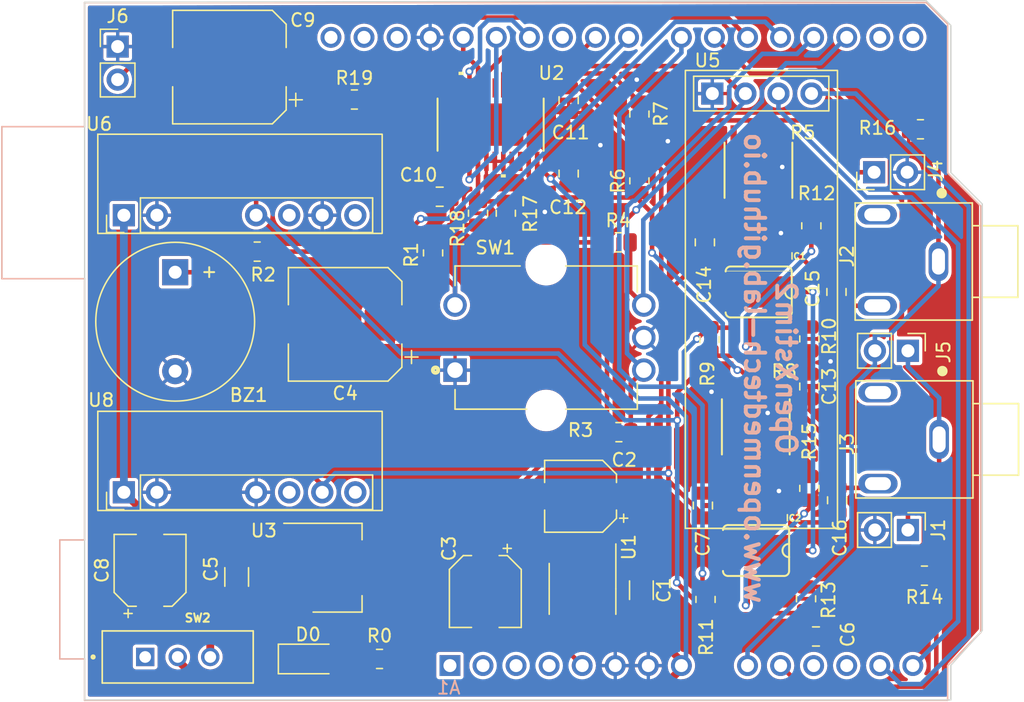
<source format=kicad_pcb>
(kicad_pcb (version 20211014) (generator pcbnew)
  (title_block (title "Programmable Constant Current Stimulator") (date "2023-05-22") (company "RehabExo Pty Ltd") (comment 1 "Dr Monzurul Alam"))
  (layers (0 "F.Cu" signal) (31 "B.Cu" signal) (34 "B.Paste" user) (35 "F.Paste" user) (36 "B.SilkS" user "B.Silkscreen") (37 "F.SilkS" user "F.Silkscreen") (38 "B.Mask" user) (39 "F.Mask" user) (44 "Edge.Cuts" user))
  (net 0 "")
  (net 5 "GND")
  (net 9 "/SDA")
  (net 10 "/SCL")
  (net 13 "/EN")
  (net 14 "/FLG")
  (net 15 "/+5V")
  (net 16 "/Tr")
  (net 17 "Net-(A1-Pad17)")
  (net 18 "Net-(A1-Pad18)")
  (net 19 "/CS")
  (net 20 "/SDI")
  (net 21 "/SCK")
  (net 25 "Net-(C2-Pad1)")
  (net 26 "Net-(C2-Pad2)")
  (net 27 "/+HV")
  (net 28 "Net-(IC1-Pad2)")
  (net 29 "Net-(IC1-Pad3)")
  (net 30 "Net-(IC1-Pad6)")
  (net 31 "/HEAT")
  (net 33 "/-HV")
  (net 34 "/+5P")
  (net 38 "Net-(A1-Pad19)")
  (net 39 "Net-(C5-Pad1)")
  (net 41 "Net-(D0-Pad2)")
  (net 42 "/+Vcc")
  (net 43 "/Ref1")
  (net 44 "/Ref2")
  (net 45 "Net-(A1-Pad23)")
  (net 46 "/SYNC")
  (net 47 "/SDO")
  (net 48 "Net-(BZ1-Pad1)")
  (net 49 "/-Vss")
  (net 50 "Net-(IC2-Pad2)")
  (net 51 "Net-(IC2-Pad3)")
  (net 52 "Net-(IC2-Pad6)")
  (net 53 "/Vi2")
  (net 54 "/Iout1")
  (net 55 "/Iout2")
  (net 56 "/Vi1")
  (net 57 "Net-(R17-Pad1)")
  (net 67 "Net-(C15-Pad1)")
  (net 68 "Net-(C16-Pad1)")
  (footprint "Resistor_SMD:R_0805_2012Metric" (layer "F.Cu") (at 238.2012 73.5076 180)
    (fp_text reference "R16")
    (fp_text value "10R")
  )
  (footprint "Capacitor_SMD:CP_Elec_5x5.3" (layer "F.Cu") (at 212.09 101.7016 180)
    (fp_text reference "C2")
    (fp_text value "10uF")
  )
  (footprint "RehabExo:RE_24_ADI" (layer "F.Cu") (at 205.1812 73.152 -90)
    (fp_text reference "U2")
    (fp_text value "AD5722AREZ")
  )
  (footprint "Resistor_SMD:R_0805_2012Metric" (layer "F.Cu") (at 229.6668 101.092 90)
    (fp_text reference "R15")
    (fp_text value "49R9")
  )
  (footprint "Resistor_SMD:R_0805_2012Metric" (layer "F.Cu") (at 194.7164 71.2216)
    (fp_text reference "R19")
    (fp_text value "10K")
  )
  (footprint "Capacitor_SMD:C_0805_2012Metric" (layer "F.Cu") (at 230.1748 112.4712)
    (fp_text reference "C6")
    (fp_text value "100n")
  )
  (footprint "Resistor_SMD:R_0805_2012Metric" (layer "F.Cu") (at 229.8192 80.9225 90)
    (fp_text reference "R12")
    (fp_text value "49R9")
  )
  (footprint "Resistor_SMD:R_0805_2012Metric" (layer "F.Cu") (at 187.2488 82.9056)
    (fp_text reference "R2")
    (fp_text value "100R")
  )
  (footprint "Capacitor_SMD:CP_Elec_5x5.3" (layer "F.Cu") (at 204.7748 109.0168 -90)
    (fp_text reference "C3")
    (fp_text value "10uF")
  )
  (footprint "Connector_PinHeader_2.54mm:PinHeader_1x02_P2.54mm_Vertical" (layer "F.Cu") (at 237.241 104.2924 -90)
    (fp_text reference "J1")
    (fp_text value "Test_2")
  )
  (footprint "Package_SO:SOIC-8_3.9x4.9mm_P1.27mm" (layer "F.Cu") (at 212.2424 108.8136 -90)
    (fp_text reference "U1")
    (fp_text value "LT1054")
  )
  (footprint "Package_TO_SOT_SMD:SOT-223" (layer "F.Cu") (at 193.3956 107.188)
    (fp_text reference "U3")
    (fp_text value "AZ1117EH-5.0TRG1")
  )
  (footprint "Capacitor_SMD:C_0805_2012Metric" (layer "F.Cu") (at 211.1756 76.9112 90)
    (fp_text reference "C12")
    (fp_text value "100n")
  )
  (footprint "Capacitor_SMD:C_0805_2012Metric" (layer "F.Cu") (at 201.2696 78.6892 180)
    (fp_text reference "C10")
    (fp_text value "100n")
  )
  (footprint "RehabExo:SO08GP" (layer "F.Cu") (at 225.7552 86.0044 180)
    (fp_text reference "IC1")
    (fp_text value "OPA454")
  )
  (footprint "RehabExo:ENC_PEC12R-4025F-S0024" (layer "F.Cu") (at 209.4484 89.5096 180)
    (fp_text reference "SW1")
    (fp_text value "PEC12R-4025F-S0024")
  )
  (footprint "RehabExo:SO08GP" (layer "F.Cu") (at 225.552 105.8672 180)
    (fp_text reference "IC2")
    (fp_text value "OPA454")
  )
  (footprint "RehabExo:CUI_MJ-2506N" (layer "F.Cu") (at 237.236 97.3328 180)
    (fp_text reference "J3")
    (fp_text value "MJ-2506N")
  )
  (footprint "Buzzer_Beeper:Buzzer_12x9.5RM7.6" (layer "F.Cu") (at 180.9496 84.4904 -90)
    (fp_text reference "BZ1")
    (fp_text value "Buzzer")
  )
  (footprint "Resistor_SMD:R_0805_2012Metric" (layer "F.Cu") (at 214.9856 82.1944)
    (fp_text reference "R4")
    (fp_text value "10K")
  )
  (footprint "Resistor_SMD:R_0805_2012Metric" (layer "F.Cu") (at 196.6468 114.1984)
    (fp_text reference "R0")
    (fp_text value "270R")
  )
  (footprint "Capacitor_SMD:C_0805_2012Metric" (layer "F.Cu") (at 221.488 102.4128 90)
    (fp_text reference "C7")
    (fp_text value "100n")
  )
  (footprint "Connector_PinHeader_2.54mm:PinHeader_1x02_P2.54mm_Vertical" (layer "F.Cu") (at 234.6402 76.8096 90)
    (fp_text reference "J4")
    (fp_text value "Test_1")
  )
  (footprint "RehabExo:NMT0572SC" (layer "F.Cu") (at 185.928 101.3968)
    (fp_text reference "U8")
    (fp_text value "NMT0572SC")
  )
  (footprint "Capacitor_SMD:C_0805_2012Metric" (layer "F.Cu") (at 231.8004 102.0064 90)
    (fp_text reference "C16")
    (fp_text value "0.1uF")
  )
  (footprint "RehabExo:ORN_VIS" (layer "F.Cu") (at 225.552 96.3676 -90)
    (fp_text reference "R8")
    (fp_text value "ORNTA2502AT1")
  )
  (footprint "LED_SMD:LED_1206_3216Metric" (layer "F.Cu") (at 191.1604 114.1984)
    (fp_text reference "D0")
    (fp_text value "LED")
  )
  (footprint "Capacitor_SMD:C_1206_3216Metric" (layer "F.Cu") (at 216.7636 108.9152 90)
    (fp_text reference "C1")
    (fp_text value "10uF")
  )
  (footprint "Resistor_SMD:R_0805_2012Metric" (layer "F.Cu") (at 229.4128 109.5756 90)
    (fp_text reference "R13")
    (fp_text value "1M")
  )
  (footprint "Resistor_SMD:R_0805_2012Metric" (layer "F.Cu") (at 221.6912 109.6264 90)
    (fp_text reference "R11")
    (fp_text value "1M")
  )
  (footprint "Capacitor_SMD:C_0805_2012Metric" (layer "F.Cu") (at 211.1756 71.2724 90)
    (fp_text reference "C11")
    (fp_text value "100n")
  )
  (footprint "Resistor_SMD:R_0805_2012Metric" (layer "F.Cu") (at 206.3496 79.9592 -90)
    (fp_text reference "R17")
    (fp_text value "1K")
  )
  (footprint "RehabExo:MDOB128032GV-WI" (layer "F.Cu") (at 225.6028 70.7644)
    (fp_text reference "U5")
    (fp_text value "MDOB128032")
  )
  (footprint "Resistor_SMD:R_0805_2012Metric" (layer "F.Cu") (at 221.996 89.662 90)
    (fp_text reference "R9")
    (fp_text value "1M")
  )
  (footprint "Resistor_SMD:R_0805_2012Metric" (layer "F.Cu") (at 216.6112 72.3392 -90)
    (fp_text reference "R7")
    (fp_text value "100K")
  )
  (footprint "RehabExo:CUI_MJ-2506N" (layer "F.Cu") (at 237.1852 83.6676 180)
    (fp_text reference "J2")
    (fp_text value "MJ-2506N")
  )
  (footprint "Capacitor_SMD:C_0805_2012Metric" (layer "F.Cu") (at 221.6404 82.1944 90)
    (fp_text reference "C14")
    (fp_text value "100n")
  )
  (footprint "Resistor_SMD:R_0805_2012Metric" (layer "F.Cu") (at 229.6668 89.6112 90)
    (fp_text reference "R10")
    (fp_text value "1M")
  )
  (footprint "Capacitor_SMD:CP_Elec_8x10.5" (layer "F.Cu") (at 185.1152 68.7324 180)
    (fp_text reference "C9")
    (fp_text value "10uF")
  )
  (footprint "Resistor_SMD:R_0805_2012Metric" (layer "F.Cu") (at 204.216 79.9592 90)
    (fp_text reference "R18")
    (fp_text value "1K")
  )
  (footprint "RehabExo:NMT0572SC" (layer "F.Cu") (at 185.928 80.1116)
    (fp_text reference "U6")
    (fp_text value "NMT0572SC")
  )
  (footprint "Connector_PinHeader_2.54mm:PinHeader_1x02_P2.54mm_Vertical" (layer "F.Cu") (at 176.53 67.1526)
    (fp_text reference "J6")
    (fp_text value "Trigger")
  )
  (footprint "Resistor_SMD:R_0805_2012Metric" (layer "F.Cu") (at 216.6112 77.47 90)
    (fp_text reference "R6")
    (fp_text value "100K")
  )
  (footprint "Resistor_SMD:R_0805_2012Metric" (layer "F.Cu") (at 238.506 107.7976 180)
    (fp_text reference "R14")
    (fp_text value "10R")
  )
  (footprint "Resistor_SMD:R_0805_2012Metric" (layer "F.Cu") (at 215.0345 96.774)
    (fp_text reference "R3")
    (fp_text value "10K")
  )
  (footprint "RehabExo:SW_MINI-SPDT-SW" (layer "F.Cu") (at 181.1451 114.046)
    (fp_text reference "SW2")
    (fp_text value "SW_SPDT")
  )
  (footprint "Capacitor_SMD:C_0805_2012Metric" (layer "F.Cu") (at 231.7496 86.0044 -90)
    (fp_text reference "C15")
    (fp_text value "0.1uF")
  )
  (footprint "Capacitor_SMD:CP_Elec_5x5.4" (layer "F.Cu") (at 179.0192 107.3912 90)
    (fp_text reference "C8")
    (fp_text value "22uF")
  )
  (footprint "RehabExo:ORN_VIS" (layer "F.Cu") (at 225.7552 76.6572 -90)
    (fp_text reference "R5")
    (fp_text value "ORNTA2502AT1")
  )
  (footprint "Capacitor_SMD:C_0805_2012Metric" (layer "F.Cu") (at 229.6668 93.2688 -90)
    (fp_text reference "C13")
    (fp_text value "100n")
  )
  (footprint "Connector_PinHeader_2.54mm:PinHeader_1x02_P2.54mm_Vertical" (layer "F.Cu") (at 237.241 90.5256 -90)
    (fp_text reference "J5")
    (fp_text value "Ref")
  )
  (footprint "Capacitor_SMD:C_1206_3216Metric" (layer "F.Cu") (at 185.674 107.8992 90)
    (fp_text reference "C5")
    (fp_text value "10uF")
  )
  (footprint "Resistor_SMD:R_0805_2012Metric" (layer "F.Cu") (at 200.7616 83.0072 -90)
    (fp_text reference "R1")
    (fp_text value "10K")
  )
  (footprint "Capacitor_SMD:CP_Elec_8x10.5" (layer "F.Cu") (at 194.0052 88.4936 180)
    (fp_text reference "C4")
    (fp_text value "10uF")
  )
  (footprint "Module:Arduino_UNO_R3" (layer "B.Cu") (at 202.057 114.7064)
    (fp_text reference "A1")
    (fp_text value "Arduino_UNO_R3")
  )
  (gr_poly (pts (xy 240.538 65.532) (xy 240.538 76.835) (xy 242.951 79.248) (xy 242.951 112.014) (xy 240.538 114.681) (xy 240.538 117.348) (xy 173.99 117.348) (xy 173.99 63.754) (xy 174.117 63.754) (xy 238.633 63.627)) (layer "Edge.Cuts") (width 0.1) (fill none))
  (gr_text "OpenXstim2\nwww.openmedtech-lab.github.io" (at 226.6696 91.8464 270) (layer "B.SilkS") (effects (font (size 1.5 1.5) (thickness 0.3)) (justify mirror)))
  (via (at 213.614 74.7268) (size 0.6) (drill 0.35) (layers "F.Cu" "B.Cu") (net 5))
  (via (at 222.1484 93.6752) (size 0.6) (drill 0.35) (layers "F.Cu" "B.Cu") (net 5))
  (via (at 227.33 101.2952) (size 0.6) (drill 0.35) (layers "F.Cu" "B.Cu") (net 5))
  (via (at 216.408 69.6976) (size 0.6) (drill 0.35) (layers "F.Cu" "B.Cu") (net 5))
  (via (at 209.3468 79.8576) (size 0.6) (drill 0.35) (layers "F.Cu" "B.Cu") (net 5))
  (via (at 231.2924 91.3384) (size 0.6) (drill 0.35) (layers "F.Cu" "B.Cu") (net 5))
  (via (at 227.4824 81.4832) (size 0.6) (drill 0.35) (layers "F.Cu" "B.Cu") (net 5))
  (via (at 218.7956 74.422) (size 0.6) (drill 0.35) (layers "F.Cu" "B.Cu") (net 5))
  (via (at 226.4664 95.3008) (size 0.6) (drill 0.35) (layers "F.Cu" "B.Cu") (net 5))
  (via (at 227.584 76.4032) (size 0.6) (drill 0.35) (layers "F.Cu" "B.Cu") (net 5))
  (segment (start 233.2228 70.7644) (end 229.8328 70.7644) (width 0.35) (layer "B.Cu") (net 9))
  (segment (start 241.9096 79.4512) (end 233.2228 70.7644) (width 0.35) (layer "B.Cu") (net 9))
  (segment (start 238.252 116.1288) (end 241.9096 112.4712) (width 0.35) (layer "B.Cu") (net 9))
  (segment (start 235.2548 114.7064) (end 236.6772 116.1288) (width 0.35) (layer "B.Cu") (net 9))
  (segment (start 241.9096 112.4712) (end 241.9096 79.4512) (width 0.35) (layer "B.Cu") (net 9))
  (segment (start 235.077 114.7064) (end 235.2548 114.7064) (width 0.35) (layer "B.Cu") (net 9))
  (segment (start 236.6772 116.1288) (end 238.252 116.1288) (width 0.35) (layer "B.Cu") (net 9))
  (segment (start 237.6932 114.7064) (end 241.0968 111.3028) (width 0.35) (layer "B.Cu") (net 10))
  (segment (start 241.0968 111.3028) (end 241.0968 82.3468) (width 0.35) (layer "B.Cu") (net 10))
  (segment (start 234.0433 78.74) (end 227.2928 71.9895) (width 0.35) (layer "B.Cu") (net 10))
  (segment (start 237.617 114.7064) (end 237.6932 114.7064) (width 0.35) (layer "B.Cu") (net 10))
  (segment (start 241.0968 82.3468) (end 237.49 78.74) (width 0.35) (layer "B.Cu") (net 10))
  (segment (start 227.2928 71.9895) (end 227.2928 70.7644) (width 0.35) (layer "B.Cu") (net 10))
  (segment (start 237.49 78.74) (end 234.0433 78.74) (width 0.35) (layer "B.Cu") (net 10))
  (segment (start 227.4811 108.6631) (end 227.477 108.6672) (width 0.35) (layer "F.Cu") (net 13))
  (segment (start 225.1506 69.22) (end 230.0919 69.22) (width 0.35) (layer "F.Cu") (net 13))
  (segment (start 235.971 91.5371) (end 238.4662 94.0323) (width 0.35) (layer "F.Cu") (net 13))
  (segment (start 230.0919 69.22) (end 235.8654 74.9935) (width 0.35) (layer "F.Cu") (net 13))
  (segment (start 235.8654 78.0347) (end 236.7738 78.9431) (width 0.35) (layer "F.Cu") (net 13))
  (segment (start 235.8654 74.9935) (end 235.8654 78.0347) (width 0.35) (layer "F.Cu") (net 13))
  (segment (start 235.971 88.6987) (end 229.6668 88.6987) (width 0.35) (layer "F.Cu") (net 13))
  (segment (start 222.377 66.4464) (end 225.1506 69.22) (width 0.35) (layer "F.Cu") (net 13))
  (segment (start 238.4662 105.327) (end 235.1301 108.6631) (width 0.35) (layer "F.Cu") (net 13))
  (segment (start 236.7738 78.9431) (end 236.7738 87.8959) (width 0.35) (layer "F.Cu") (net 13))
  (segment (start 235.971 88.6987) (end 235.971 91.5371) (width 0.35) (layer "F.Cu") (net 13))
  (segment (start 236.7738 87.8959) (end 235.971 88.6987) (width 0.35) (layer "F.Cu") (net 13))
  (segment (start 238.4662 94.0323) (end 238.4662 105.327) (width 0.35) (layer "F.Cu") (net 13))
  (segment (start 229.4128 108.6631) (end 227.4811 108.6631) (width 0.35) (layer "F.Cu") (net 13))
  (segment (start 235.1301 108.6631) (end 229.4128 108.6631) (width 0.35) (layer "F.Cu") (net 13))
  (segment (start 229.6668 88.6987) (end 227.7859 88.6987) (width 0.35) (layer "F.Cu") (net 13))
  (segment (start 227.7859 88.6987) (end 227.6802 88.8044) (width 0.35) (layer "F.Cu") (net 13))
  (segment (start 221.996 88.7495) (end 223.8153 88.7495) (width 0.35) (layer "F.Cu") (net 14))
  (segment (start 221.7058 108.6993) (end 221.6912 108.7139) (width 0.35) (layer "F.Cu") (net 14))
  (segment (start 221.4585 107.6263) (end 221.4585 108.4199) (width 0.35) (layer "F.Cu") (net 14))
  (segment (start 221.8938 88.7495) (end 221.0261 89.6172) (width 0.35) (layer "F.Cu") (net 14))
  (segment (start 221.7058 108.6672) (end 221.7058 108.6993) (width 0.35) (layer "F.Cu") (net 14))
  (segment (start 221.996 88.7495) (end 221.8938 88.7495) (width 0.35) (layer "F.Cu") (net 14))
  (segment (start 221.4585 108.4199) (end 221.7058 108.6672) (width 0.35) (layer "F.Cu") (net 14))
  (segment (start 223.667 108.6672) (end 221.7058 108.6672) (width 0.35) (layer "F.Cu") (net 14))
  (segment (start 223.8153 88.7495) (end 223.8702 88.8044) (width 0.35) (layer "F.Cu") (net 14))
  (via (at 221.0261 89.6172) (size 0.6) (drill 0.35) (layers "F.Cu" "B.Cu") (net 14))
  (via (at 221.4585 107.6263) (size 0.6) (drill 0.35) (layers "F.Cu" "B.Cu") (net 14))
  (segment (start 216.4113 93.2848) (end 215.0662 91.9397) (width 0.35) (layer "B.Cu") (net 14))
  (segment (start 221.0261 89.6172) (end 220.0294 90.6139) (width 0.35) (layer "B.Cu") (net 14))
  (segment (start 221.4585 94.7139) (end 221.4585 107.6263) (width 0.35) (layer "B.Cu") (net 14))
  (segment (start 215.0662 91.9397) (end 215.0662 72.3923) (width 0.35) (layer "B.Cu") (net 14))
  (segment (start 220.0294 93.2848) (end 216.4113 93.2848) (width 0.35) (layer "B.Cu") (net 14))
  (segment (start 219.837 66.4464) (end 219.837 67.6215) (width 0.35) (layer "B.Cu") (net 14))
  (segment (start 220.0294 90.6139) (end 220.0294 93.2848) (width 0.35) (layer "B.Cu") (net 14))
  (segment (start 220.0294 93.2848) (end 221.4585 94.7139) (width 0.35) (layer "B.Cu") (net 14))
  (segment (start 215.0662 72.3923) (end 219.837 67.6215) (width 0.35) (layer "B.Cu") (net 14))
  (segment (start 202.2562 70.8795) (end 202.2562 71.4443) (width 0.35) (layer "F.Cu") (net 15))
  (segment (start 210.8962 113.3856) (end 203.962 113.3856) (width 0.35) (layer "F.Cu") (net 15))
  (segment (start 203.962 113.3856) (end 203.2508 112.6744) (width 0.35) (layer "F.Cu") (net 15))
  (segment (start 202.2196 78.6892) (end 202.2562 78.6526) (width 0.35) (layer "F.Cu") (net 15))
  (segment (start 216.3667 79.6962) (end 214.0731 81.9898) (width 0.35) (layer "F.Cu") (net 15))
  (segment (start 222.3729 68.6535) (end 224.4838 70.7644) (width 0.35) (layer "F.Cu") (net 15))
  (segment (start 206.1562 69.2209) (end 206.7236 68.6535) (width 0.35) (layer "F.Cu") (net 15))
  (segment (start 202.2562 70.3326) (end 202.2562 70.8795) (width 0.35) (layer "F.Cu") (net 15))
  (segment (start 201.9846 80.8717) (end 202.2196 80.8717) (width 0.35) (layer "F.Cu") (net 15))
  (segment (start 205.5387 82.1944) (end 204.216 80.8717) (width 0.35) (layer "F.Cu") (net 15))
  (segment (start 195.6289 71.2216) (end 195.8516 71.4443) (width 0.35) (layer "F.Cu") (net 15))
  (segment (start 202.2196 80.8717) (end 202.2196 78.6892) (width 0.35) (layer "F.Cu") (net 15))
  (segment (start 202.2562 78.6526) (end 202.2562 75.9714) (width 0.35) (layer "F.Cu") (net 15))
  (segment (start 195.8516 71.4443) (end 202.2562 71.4443) (width 0.35) (layer "F.Cu") (net 15))
  (segment (start 211.5312 96.774) (end 214.122 96.774) (width 0.35) (layer "F.Cu") (net 15))
  (segment (start 214.0731 82.1944) (end 205.5387 82.1944) (width 0.35) (layer "F.Cu") (net 15))
  (segment (start 203.2508 105.0544) (end 211.5312 96.774) (width 0.35) (layer "F.Cu") (net 15))
  (segment (start 202.2562 75.9714) (end 202.2562 71.4443) (width 0.35) (layer "F.Cu") (net 15))
  (segment (start 224.4838 70.7644) (end 224.7528 70.7644) (width 0.35) (layer "F.Cu") (net 15))
  (segment (start 214.0731 81.9898) (end 214.0731 82.1944) (width 0.35) (layer "F.Cu") (net 15))
  (segment (start 206.1562 70.3326) (end 206.1562 69.2209) (width 0.35) (layer "F.Cu") (net 15))
  (segment (start 203.2508 112.6744) (end 203.2508 105.0544) (width 0.35) (layer "F.Cu") (net 15))
  (segment (start 202.3593 70.8795) (end 202.9062 70.3326) (width 0.35) (layer "F.Cu") (net 15))
  (segment (start 200.7616 82.0947) (end 201.9846 80.8717) (width 0.35) (layer "F.Cu") (net 15))
  (segment (start 202.2196 80.8717) (end 204.216 80.8717) (width 0.35) (layer "F.Cu") (net 15))
  (segment (start 206.7236 68.6535) (end 222.3729 68.6535) (width 0.35) (layer "F.Cu") (net 15))
  (segment (start 202.2562 70.8795) (end 202.3593 70.8795) (width 0.35) (layer "F.Cu") (net 15))
  (segment (start 212.217 114.7064) (end 210.8962 113.3856) (width 0.35) (layer "F.Cu") (net 15))
  (segment (start 214.122 96.774) (end 214.122 82.2433) (width 0.35) (layer "F.Cu") (net 15))
  (segment (start 214.122 82.2433) (end 214.0731 82.1944) (width 0.35) (layer "F.Cu") (net 15))
  (via (at 216.3667 79.6962) (size 0.6) (drill 0.35) (layers "F.Cu" "B.Cu") (net 15))
  (segment (start 224.7528 71.3101) (end 216.3667 79.6962) (width 0.35) (layer "B.Cu") (net 15))
  (segment (start 224.7528 70.7644) (end 224.7528 71.3101) (width 0.35) (layer "B.Cu") (net 15))
  (segment (start 198.628 67.9704) (end 195.2752 67.9704) (width 0.35) (layer "F.Cu") (net 16))
  (segment (start 224.917 66.4464) (end 223.393 64.9224) (width 0.35) (layer "F.Cu") (net 16))
  (segment (start 193.8039 69.3439) (end 193.8039 71.2216) (width 0.35) (layer "F.Cu") (net 16))
  (segment (start 176.53 69.6926) (end 176.53 69.6468) (width 0.35) (layer "F.Cu") (net 16))
  (segment (start 223.393 64.9224) (end 200.1012 64.9224) (width 0.35) (layer "F.Cu") (net 16))
  (segment (start 176.53 69.6468) (end 179.3748 66.802) (width 0.35) (layer "F.Cu") (net 16))
  (segment (start 199.267 65.7566) (end 199.267 67.3314) (width 0.35) (layer "F.Cu") (net 16))
  (segment (start 195.2752 67.9704) (end 193.802 69.4436) (width 0.35) (layer "F.Cu") (net 16))
  (segment (start 200.1012 64.9224) (end 199.267 65.7566) (width 0.35) (layer "F.Cu") (net 16))
  (segment (start 191.262 66.802) (end 193.8039 69.3439) (width 0.35) (layer "F.Cu") (net 16))
  (segment (start 179.3748 66.802) (end 191.262 66.802) (width 0.35) (layer "F.Cu") (net 16))
  (segment (start 199.267 67.3314) (end 198.628 67.9704) (width 0.35) (layer "F.Cu") (net 16))
  (segment (start 216.9484 87.0096) (end 215.8981 85.9593) (width 0.35) (layer "F.Cu") (net 17))
  (segment (start 215.8981 85.9593) (end 215.8981 82.1944) (width 0.35) (layer "F.Cu") (net 17))
  (segment (start 216.91 80.4732) (end 216.91 86.9712) (width 0.35) (layer "B.Cu") (net 17))
  (segment (start 232.5116 66.4464) (end 230.5304 68.4276) (width 0.35) (layer "B.Cu") (net 17))
  (segment (start 230.5304 68.4276) (end 227.8874 68.4276) (width 0.35) (layer "B.Cu") (net 17))
  (segment (start 232.537 66.4464) (end 232.5116 66.4464) (width 0.35) (layer "B.Cu") (net 17))
  (segment (start 227.8874 68.4276) (end 226.0229 70.2921) (width 0.35) (layer "B.Cu") (net 17))
  (segment (start 216.91 86.9712) (end 216.9484 87.0096) (width 0.35) (layer "B.Cu") (net 17))
  (segment (start 226.0229 70.2921) (end 226.0229 71.3603) (width 0.35) (layer "B.Cu") (net 17))
  (segment (start 226.0229 71.3603) (end 216.91 80.4732) (width 0.35) (layer "B.Cu") (net 17))
  (segment (start 216.9484 92.0096) (end 215.947 93.011) (width 0.35) (layer "F.Cu") (net 18))
  (segment (start 215.947 93.011) (end 215.947 96.774) (width 0.35) (layer "F.Cu") (net 18))
  (segment (start 223.5189 70.2531) (end 223.5189 71.7478) (width 0.35) (layer "B.Cu") (net 18))
  (segment (start 223.5189 71.7478) (end 216.2643 79.0024) (width 0.35) (layer "B.Cu") (net 18))
  (segment (start 216.2643 79.0024) (end 216.1058 79.0024) (width 0.35) (layer "B.Cu") (net 18))
  (segment (start 229.997 66.4464) (end 228.727 67.7164) (width 0.35) (layer "B.Cu") (net 18))
  (segment (start 215.6613 90.7225) (end 216.9484 92.0096) (width 0.35) (layer "B.Cu") (net 18))
  (segment (start 228.727 67.7164) (end 226.0556 67.7164) (width 0.35) (layer "B.Cu") (net 18))
  (segment (start 216.1058 79.0024) (end 215.6613 79.4469) (width 0.35) (layer "B.Cu") (net 18))
  (segment (start 215.6613 79.4469) (end 215.6613 90.7225) (width 0.35) (layer "B.Cu") (net 18))
  (segment (start 226.0556 67.7164) (end 223.5189 70.2531) (width 0.35) (layer "B.Cu") (net 18))
  (segment (start 203.5442 69.2089) (end 203.5562 69.2209) (width 0.35) (layer "F.Cu") (net 20))
  (segment (start 203.5442 69.0672) (end 203.5442 69.2089) (width 0.35) (layer "F.Cu") (net 20))
  (segment (start 203.5562 70.3326) (end 203.5562 69.2209) (width 0.35) (layer "F.Cu") (net 20))
  (via (at 203.5442 69.0672) (size 0.6) (drill 0.35) (layers "F.Cu" "B.Cu") (net 20))
  (segment (start 208.157 66.4464) (end 206.8362 65.1256) (width 0.35) (layer "B.Cu") (net 20))
  (segment (start 204.3684 65.7352) (end 204.3684 68.243) (width 0.35) (layer "B.Cu") (net 20))
  (segment (start 204.3684 68.243) (end 203.5442 69.0672) (width 0.35) (layer "B.Cu") (net 20))
  (segment (start 206.8362 65.1256) (end 204.978 65.1256) (width 0.35) (layer "B.Cu") (net 20))
  (segment (start 204.978 65.1256) (end 204.3684 65.7352) (width 0.35) (layer "B.Cu") (net 20))
  (segment (start 204.2062 70.3326) (end 204.2193 70.3195) (width 0.35) (layer "F.Cu") (net 21))
  (segment (start 204.2193 68.7638) (end 203.077 67.6215) (width 0.35) (layer "F.Cu") (net 21))
  (segment (start 204.2193 70.3195) (end 204.2193 68.7638) (width 0.35) (layer "F.Cu") (net 21))
  (segment (start 203.077 66.4464) (end 203.077 67.6215) (width 0.35) (layer "F.Cu") (net 21))
  (segment (start 212.8774 103.1142) (end 214.29 101.7016) (width 0.35) (layer "F.Cu") (net 25))
  (segment (start 212.8774 106.3386) (end 212.8774 103.1142) (width 0.35) (layer "F.Cu") (net 25))
  (segment (start 210.3374 106.3386) (end 209.89 105.8912) (width 0.35) (layer "F.Cu") (net 26))
  (segment (start 209.89 105.8912) (end 209.89 101.7016) (width 0.35) (layer "F.Cu") (net 26))
  (segment (start 229.6668 92.3188) (end 229.6668 90.5237) (width 0.35) (layer "F.Cu") (net 27))
  (segment (start 226.8544 90.5237) (end 226.4102 90.0795) (width 0.35) (layer "F.Cu") (net 27))
  (segment (start 221.9262 110.7739) (end 225.3754 110.7739) (width 0.35) (layer "F.Cu") (net 27))
  (segment (start 229.6668 90.5237) (end 226.8544 90.5237) (width 0.35) (layer "F.Cu") (net 27))
  (segment (start 229.2248 110.6761) (end 226.9408 110.6761) (width 0.35) (layer "F.Cu") (net 27))
  (segment (start 225.3754 110.7739) (end 226.207 109.9423) (width 0.35) (layer "F.Cu") (net 27))
  (segment (start 225.5843 90.9054) (end 222.3269 90.9054) (width 0.35) (layer "F.Cu") (net 27))
  (segment (start 226.9408 110.6761) (end 226.207 109.9423) (width 0.35) (layer "F.Cu") (net 27))
  (segment (start 222.3269 90.9054) (end 219.5149 93.7174) (width 0.35) (layer "F.Cu") (net 27))
  (segment (start 187.168 80.1116) (end 187.168 70.3796) (width 0.35) (layer "F.Cu") (net 27))
  (segment (start 187.168 70.3796) (end 188.8152 68.7324) (width 0.35) (layer "F.Cu") (net 27))
  (segment (start 229.2248 110.6761) (end 229.4128 110.4881) (width 0.35) (layer "F.Cu") (net 27))
  (segment (start 222.3269 90.9054) (end 221.996 90.5745) (width 0.35) (layer "F.Cu") (net 27))
  (segment (start 229.2248 112.4712) (end 229.2248 110.6761) (width 0.35) (layer "F.Cu") (net 27))
  (segment (start 226.4102 88.8044) (end 226.4102 90.0795) (width 0.35) (layer "F.Cu") (net 27))
  (segment (start 219.4846 108.3323) (end 221.6912 110.5389) (width 0.35) (layer "F.Cu") (net 27))
  (segment (start 226.207 108.6672) (end 226.207 109.9423) (width 0.35) (layer "F.Cu") (net 27))
  (segment (start 219.5149 93.7174) (end 219.5149 95.8616) (width 0.35) (layer "F.Cu") (net 27))
  (segment (start 221.6912 110.5389) (end 221.9262 110.7739) (width 0.35) (layer "F.Cu") (net 27))
  (segment (start 226.4102 90.0795) (end 225.5843 90.9054) (width 0.35) (layer "F.Cu") (net 27))
  (via (at 219.5149 95.8616) (size 0.6) (drill 0.35) (layers "F.Cu" "B.Cu") (net 27))
  (via (at 219.4846 108.3323) (size 0.6) (drill 0.35) (layers "F.Cu" "B.Cu") (net 27))
  (segment (start 219.5149 95.8615) (end 219.5149 95.8616) (width 0.35) (layer "B.Cu") (net 27))
  (segment (start 198.3288 90.7344) (end 210.3797 90.7344) (width 0.35) (layer "B.Cu") (net 27))
  (segment (start 219.5149 95.8616) (end 219.5149 108.302) (width 0.35) (layer "B.Cu") (net 27))
  (segment (start 219.5149 108.302) (end 219.4846 108.3323) (width 0.35) (layer "B.Cu") (net 27))
  (segment (start 215.5068 95.8615) (end 219.5149 95.8615) (width 0.35) (layer "B.Cu") (net 27))
  (segment (start 210.3797 90.7344) (end 215.5068 95.8615) (width 0.35) (layer "B.Cu") (net 27))
  (segment (start 187.168 80.1116) (end 187.706 80.1116) (width 0.35) (layer "B.Cu") (net 27))
  (segment (start 187.706 80.1116) (end 198.3288 90.7344) (width 0.35) (layer "B.Cu") (net 27))
  (segment (start 227.6602 79.3877) (end 227.6602 80.4867) (width 0.35) (layer "F.Cu") (net 28))
  (segment (start 227.6602 80.4867) (end 226.4102 80.4867) (width 0.35) (layer "F.Cu") (net 28))
  (segment (start 226.3902 79.3877) (end 226.3902 80.4867) (width 0.35) (layer "F.Cu") (net 28))
  (segment (start 226.4102 80.4867) (end 226.4102 83.2044) (width 0.35) (layer "F.Cu") (net 28))
  (segment (start 226.4102 80.4867) (end 226.3902 80.4867) (width 0.35) (layer "F.Cu") (net 28))
  (segment (start 225.1202 79.9372) (end 225.1402 79.9572) (width 0.35) (layer "F.Cu") (net 29))
  (segment (start 225.1202 79.9372) (end 225.1202 80.4867) (width 0.35) (layer "F.Cu") (net 29))
  (segment (start 225.1402 79.9572) (end 225.1402 83.2044) (width 0.35) (layer "F.Cu") (net 29))
  (segment (start 223.8502 79.3877) (end 223.8502 80.4867) (width 0.35) (layer "F.Cu") (net 29))
  (segment (start 225.1202 79.3877) (end 225.1202 79.9372) (width 0.35) (layer "F.Cu") (net 29))
  (segment (start 225.1202 80.4867) (end 223.8502 80.4867) (width 0.35) (layer "F.Cu") (net 29))
  (segment (start 227.6602 75.0257) (end 230.9045 78.27) (width 0.35) (layer "F.Cu") (net 30))
  (segment (start 224.9127 90.0795) (end 224.7856 90.2066) (width 0.35) (layer "F.Cu") (net 30))
  (segment (start 225.1402 90.0795) (end 224.9127 90.0795) (width 0.35) (layer "F.Cu") (net 30))
  (segment (start 229.8192 82.8804) (end 229.8192 81.835) (width 0.35) (layer "F.Cu") (net 30))
  (segment (start 227.6602 73.9267) (end 227.6602 75.0257) (width 0.35) (layer "F.Cu") (net 30))
  (segment (start 230.9045 80.7497) (end 229.8192 81.835) (width 0.35) (layer "F.Cu") (net 30))
  (segment (start 225.1402 88.8044) (end 225.1402 90.0795) (width 0.35) (layer "F.Cu") (net 30))
  (segment (start 230.9045 78.27) (end 230.9045 80.7497) (width 0.35) (layer "F.Cu") (net 30))
  (via (at 229.8192 82.8804) (size 0.6) (drill 0.35) (layers "F.Cu" "B.Cu") (net 30))
  (via (at 224.7856 90.2066) (size 0.6) (drill 0.35) (layers "F.Cu" "B.Cu") (net 30))
  (segment (start 224.7856 90.2066) (end 224.7856 87.914) (width 0.35) (layer "B.Cu") (net 30))
  (segment (start 224.7856 87.914) (end 229.8192 82.8804) (width 0.35) (layer "B.Cu") (net 30))
  (segment (start 229.9208 86.0044) (end 225.7552 86.0044) (width 0.35) (layer "F.Cu") (net 31))
  (segment (start 229.9208 105.8672) (end 225.552 105.8672) (width 0.35) (layer "F.Cu") (net 31))
  (via (at 229.9208 105.8672) (size 0.6) (drill 0.35) (layers "F.Cu" "B.Cu") (net 31))
  (via (at 229.9208 86.0044) (size 0.6) (drill 0.35) (layers "F.Cu" "B.Cu") (net 31))
  (segment (start 229.9439 105.8441) (end 229.9439 86.0275) (width 0.35) (layer "B.Cu") (net 31))
  (segment (start 229.9208 105.8672) (end 229.9439 105.8441) (width 0.35) (layer "B.Cu") (net 31))
  (segment (start 229.9439 86.0275) (end 229.9208 86.0044) (width 0.35) (layer "B.Cu") (net 31))
  (segment (start 223.5855 103.1487) (end 223.667 103.0672) (width 0.35) (layer "F.Cu") (net 33))
  (segment (start 218.83902 86.00578) (end 221.6404 83.2044) (width 0.35) (layer "F.Cu") (net 33))
  (segment (start 218.8397 99.9247) (end 218.83902 99.92402) (width 0.35) (layer "F.Cu") (net 33))
  (segment (start 221.488 103.1487) (end 223.5855 103.1487) (width 0.35) (layer "F.Cu") (net 33))
  (segment (start 221.488 103.3628) (end 221.488 103.1487) (width 0.35) (layer "F.Cu") (net 33))
  (segment (start 221.6404 83.2044) (end 223.8702 83.2044) (width 0.35) (layer "F.Cu") (net 33))
  (segment (start 218.8397 100.5004) (end 218.8397 99.9247) (width 0.35) (layer "F.Cu") (net 33))
  (segment (start 190.3052 88.4936) (end 190.3052 98.916) (width 0.35) (layer "F.Cu") (net 33))
  (segment (start 192.248 100.8588) (end 192.248 101.3968) (width 0.35) (layer "F.Cu") (net 33))
  (segment (start 221.488 103.1487) (end 218.8397 100.5004) (width 0.35) (layer "F.Cu") (net 33))
  (segment (start 190.3052 98.916) (end 192.248 100.8588) (width 0.35) (layer "F.Cu") (net 33))
  (segment (start 221.6404 83.2044) (end 221.6404 83.1444) (width 0.35) (layer "F.Cu") (net 33))
  (segment (start 218.83902 99.92402) (end 218.83902 86.00578) (width 0.35) (layer "F.Cu") (net 33))
  (via (at 218.8397 99.9247) (size 0.6) (drill 0.35) (layers "F.Cu" "B.Cu") (net 33))
  (segment (start 192.248 100.9188) (end 193.242 99.9248) (width 0.35) (layer "B.Cu") (net 33))
  (segment (start 193.242 99.9248) (end 218.8397 99.9248) (width 0.35) (layer "B.Cu") (net 33))
  (segment (start 218.8397 99.9248) (end 218.8397 99.9247) (width 0.35) (layer "B.Cu") (net 33))
  (segment (start 192.248 101.3968) (end 192.248 100.9188) (width 0.35) (layer "B.Cu") (net 33))
  (segment (start 197.5593 113.6377) (end 191.1096 107.188) (width 0.6) (layer "F.Cu") (net 34))
  (segment (start 197.5593 114.1984) (end 197.5593 113.6377) (width 0.6) (layer "F.Cu") (net 34))
  (segment (start 180.8832 109.5912) (end 179.8672 109.5912) (width 0.6) (layer "F.Cu") (net 34))
  (segment (start 190.5489 107.188) (end 190.2456 107.188) (width 0.35) (layer "F.Cu") (net 34))
  (segment (start 189.7884 107.6452) (end 182.2672 107.6452) (width 0.6) (layer "F.Cu") (net 34))
  (segment (start 182.01 107.388) (end 182.01 107.4484) (width 0.35) (layer "F.Cu") (net 34))
  (segment (start 180.0352 102.9716) (end 182.01 104.9464) (width 0.6) (layer "F.Cu") (net 34))
  (segment (start 189.8392 107.5944) (end 189.7884 107.6452) (width 0.6) (layer "F.Cu") (net 34))
  (segment (start 182.01 104.9464) (end 182.01 107.388) (width 0.6) (layer "F.Cu") (net 34))
  (segment (start 178.5828 102.9716) (end 180.0352 102.9716) (width 0.6) (layer "F.Cu") (net 34))
  (segment (start 179.8672 109.5912) (end 179.0192 109.5912) (width 0.35) (layer "F.Cu") (net 34))
  (segment (start 182.01 108.4644) (end 180.8832 109.5912) (width 0.6) (layer "F.Cu") (net 34))
  (segment (start 182.01 107.4484) (end 182.01 108.4644) (width 0.6) (layer "F.Cu") (net 34))
  (segment (start 190.2456 107.188) (end 189.8392 107.5944) (width 0.35) (layer "F.Cu") (net 34))
  (segment (start 191.1096 107.188) (end 190.5489 107.188) (width 0.6) (layer "F.Cu") (net 34))
  (segment (start 182.2672 107.6452) (end 182.2164 107.5944) (width 0.6) (layer "F.Cu") (net 34))
  (segment (start 177.008 101.3968) (end 178.5828 102.9716) (width 0.6) (layer "F.Cu") (net 34))
  (segment (start 182.2164 107.5944) (end 182.01 107.388) (width 0.35) (layer "F.Cu") (net 34))
  (segment (start 177.008 80.1116) (end 177.008 101.3968) (width 0.6) (layer "B.Cu") (net 34))
  (segment (start 200.7616 83.9197) (end 202.4484 85.6065) (width 0.35) (layer "F.Cu") (net 38))
  (segment (start 202.4484 85.6065) (end 202.4484 87.0096) (width 0.35) (layer "F.Cu") (net 38))
  (segment (start 226.2691 65.2585) (end 219.3627 65.2585) (width 0.35) (layer "B.Cu") (net 38))
  (segment (start 202.4484 82.1728) (end 202.4484 87.0096) (width 0.35) (layer "B.Cu") (net 38))
  (segment (start 227.457 66.4464) (end 226.2691 65.2585) (width 0.35) (layer "B.Cu") (net 38))
  (segment (start 219.3627 65.2585) (end 202.4484 82.1728) (width 0.35) (layer "B.Cu") (net 38))
  (segment (start 183.6451 114.046) (end 183.6451 111.5169) (width 0.6) (layer "F.Cu") (net 39))
  (segment (start 185.674 109.488) (end 188.8705 109.488) (width 0.6) (layer "F.Cu") (net 39))
  (segment (start 183.6451 111.5169) (end 185.674 109.488) (width 0.6) (layer "F.Cu") (net 39))
  (segment (start 190.2456 109.488) (end 188.8705 109.488) (width 0.6) (layer "F.Cu") (net 39))
  (segment (start 185.674 109.488) (end 185.674 109.3742) (width 0.35) (layer "F.Cu") (net 39))
  (segment (start 192.5604 114.1984) (end 195.7343 114.1984) (width 0.35) (layer "F.Cu") (net 41))
  (segment (start 208.7562 76.2637) (end 208.7562 75.9714) (width 0.35) (layer "F.Cu") (net 42))
  (segment (start 181.1451 114.046) (end 181.1451 114.3431) (width 0.45) (layer "F.Cu") (net 42))
  (segment (start 181.1959 114.3431) (end 183.134 116.2812) (width 0.6) (layer "F.Cu") (net 42))
  (segment (start 209.7969 77.3044) (end 208.7562 76.2637) (width 0.35) (layer "F.Cu") (net 42))
  (segment (start 216.7636 111.2886) (end 216.7636 110.3902) (width 0.55) (layer "F.Cu") (net 42))
  (segment (start 219.837 114.935) (end 219.837 114.7064) (width 0.45) (layer "F.Cu") (net 42))
  (segment (start 211.1756 75.9612) (end 211.1401 75.9612) (width 0.35) (layer "F.Cu") (net 42))
  (segment (start 181.1451 114.3431) (end 181.1959 114.3431) (width 0.6) (layer "F.Cu") (net 42))
  (segment (start 219.837 114.7064) (end 219.837 114.362) (width 0.35) (layer "F.Cu") (net 42))
  (segment (start 216.7636 111.2886) (end 214.1474 111.2886) (width 0.55) (layer "F.Cu") (net 42))
  (segment (start 219.837 114.362) (end 216.7636 111.2886) (width 0.55) (layer "F.Cu") (net 42))
  (segment (start 211.1401 75.9612) (end 209.7969 77.3044) (width 0.35) (layer "F.Cu") (net 42))
  (segment (start 183.134 116.2812) (end 218.4908 116.2812) (width 0.6) (layer "F.Cu") (net 42))
  (segment (start 218.4908 116.2812) (end 219.837 114.935) (width 0.6) (layer "F.Cu") (net 42))
  (via (at 209.7969 77.3044) (size 0.6) (drill 0.35) (layers "F.Cu" "B.Cu") (net 42))
  (segment (start 220.19 114.3534) (end 220.19 95.5819) (width 0.35) (layer "B.Cu") (net 42))
  (segment (start 212.4098 90.0612) (end 212.4098 79.9173) (width 0.35) (layer "B.Cu") (net 42))
  (segment (start 218.7975 94.1894) (end 216.538 94.1894) (width 0.35) (layer "B.Cu") (net 42))
  (segment (start 212.4098 79.9173) (end 209.7969 77.3044) (width 0.35) (layer "B.Cu") (net 42))
  (segment (start 216.538 94.1894) (end 212.4098 90.0612) (width 0.35) (layer "B.Cu") (net 42))
  (segment (start 220.19 95.5819) (end 218.7975 94.1894) (width 0.35) (layer "B.Cu") (net 42))
  (segment (start 219.837 114.7064) (end 220.19 114.3534) (width 0.35) (layer "B.Cu") (net 42))
  (segment (start 239.5852 83.6676) (end 239.5852 73.9791) (width 0.35) (layer "F.Cu") (net 43))
  (segment (start 239.5852 73.9791) (end 239.1137 73.5076) (width 0.35) (layer "F.Cu") (net 43))
  (segment (start 234.701 91.7507) (end 234.5479 91.7507) (width 0.35) (layer "B.Cu") (net 43))
  (segment (start 234.701 90.5256) (end 234.701 91.7507) (width 0.35) (layer "B.Cu") (net 43))
  (segment (start 239.5852 83.6676) (end 239.5852 85.5507) (width 0.35) (layer "B.Cu") (net 43))
  (segment (start 232.9106 105.5377) (end 224.917 113.5313) (width 0.35) (layer "B.Cu") (net 43))
  (segment (start 232.9106 93.388) (end 232.9106 105.5377) (width 0.35) (layer "B.Cu") (net 43))
  (segment (start 235.8354 89.3005) (end 239.5852 85.5507) (width 0.35) (layer "B.Cu") (net 43))
  (segment (start 234.5479 91.7507) (end 232.9106 93.388) (width 0.35) (layer "B.Cu") (net 43))
  (segment (start 234.701 90.5256) (end 234.701 89.3005) (width 0.35) (layer "B.Cu") (net 43))
  (segment (start 234.701 89.3005) (end 235.8354 89.3005) (width 0.35) (layer "B.Cu") (net 43))
  (segment (start 224.917 114.7064) (end 224.917 113.5313) (width 0.35) (layer "B.Cu") (net 43))
  (segment (start 227.457 114.7064) (end 229.0826 116.332) (width 0.35) (layer "F.Cu") (net 44))
  (segment (start 239.4185 99.4334) (end 239.636 99.2159) (width 0.35) (layer "F.Cu") (net 44))
  (segment (start 239.4185 107.7976) (end 239.4185 99.4334) (width 0.35) (layer "F.Cu") (net 44))
  (segment (start 229.0826 116.332) (end 238.4044 116.332) (width 0.35) (layer "F.Cu") (net 44))
  (segment (start 227.457 114.7064) (end 227.457 114.7826) (width 0.35) (layer "F.Cu") (net 44))
  (segment (start 238.4044 116.332) (end 239.4185 115.3179) (width 0.35) (layer "F.Cu") (net 44))
  (segment (start 239.4185 115.3179) (end 239.4185 107.7976) (width 0.35) (layer "F.Cu") (net 44))
  (segment (start 239.636 97.3328) (end 239.636 99.2159) (width 0.35) (layer "F.Cu") (net 44))
  (segment (start 239.636 94.1457) (end 239.636 97.3328) (width 0.35) (layer "B.Cu") (net 44))
  (segment (start 237.241 91.7507) (end 239.636 94.1457) (width 0.35) (layer "B.Cu") (net 44))
  (segment (start 237.241 90.5256) (end 237.241 91.7507) (width 0.35) (layer "B.Cu") (net 44))
  (segment (start 199.8215 80.3847) (end 197.3006 82.9056) (width 0.35) (layer "F.Cu") (net 45))
  (segment (start 197.3006 82.9056) (end 188.1613 82.9056) (width 0.35) (layer "F.Cu") (net 45))
  (via (at 199.8215 80.3847) (size 0.6) (drill 0.35) (layers "F.Cu" "B.Cu") (net 45))
  (segment (start 201.9109 80.3847) (end 199.8215 80.3847) (width 0.35) (layer "B.Cu") (net 45))
  (segment (start 215.777 66.4464) (end 215.777 66.5186) (width 0.35) (layer "B.Cu") (net 45))
  (segment (start 215.777 66.5186) (end 201.9109 80.3847) (width 0.35) (layer "B.Cu") (net 45))
  (segment (start 204.8562 69.2209) (end 204.8562 70.3326) (width 0.35) (layer "F.Cu") (net 46))
  (segment (start 211.8654 67.818) (end 206.2591 67.818) (width 0.35) (layer "F.Cu") (net 46))
  (segment (start 213.237 66.4464) (end 211.8654 67.818) (width 0.35) (layer "F.Cu") (net 46))
  (segment (start 206.2591 67.818) (end 204.8562 69.2209) (width 0.35) (layer "F.Cu") (net 46))
  (segment (start 203.5562 77.3537) (end 203.5562 75.9714) (width 0.35) (layer "F.Cu") (net 47))
  (segment (start 203.5415 77.3684) (end 203.5562 77.3537) (width 0.35) (layer "F.Cu") (net 47))
  (via (at 203.5415 77.3684) (size 0.6) (drill 0.35) (layers "F.Cu" "B.Cu") (net 47))
  (segment (start 203.5415 77.3684) (end 203.5556 77.3684) (width 0.35) (layer "B.Cu") (net 47))
  (segment (start 205.617 75.307) (end 205.617 66.4464) (width 0.35) (layer "B.Cu") (net 47))
  (segment (start 203.5556 77.3684) (end 205.617 75.307) (width 0.35) (layer "B.Cu") (net 47))
  (segment (start 180.9496 84.4904) (end 184.7515 84.4904) (width 0.35) (layer "F.Cu") (net 48))
  (segment (start 184.7515 84.4904) (end 186.3363 82.9056) (width 0.35) (layer "F.Cu") (net 48))
  (segment (start 211.1756 70.3224) (end 212.0007 70.3224) (width 0.35) (layer "F.Cu") (net 49))
  (segment (start 212.0007 70.3224) (end 218.2895 76.6112) (width 0.35) (layer "F.Cu") (net 49))
  (segment (start 208.7664 70.3224) (end 211.1756 70.3224) (width 0.35) (layer "F.Cu") (net 49))
  (segment (start 210.3374 111.2168) (end 210.3374 111.2886) (width 0.35) (layer "F.Cu") (net 49))
  (segment (start 210.3374 111.2168) (end 204.7748 111.2168) (width 0.55) (layer "F.Cu") (net 49))
  (segment (start 217.3114 95.5665) (end 217.3114 104.8932) (width 0.35) (layer "F.Cu") (net 49))
  (segment (start 210.3374 110.28585) (end 210.3374 111.2168) (width 0.35) (layer "F.Cu") (net 49))
  (segment (start 208.7562 70.3326) (end 208.7664 70.3224) (width 0.35) (layer "F.Cu") (net 49))
  (segment (start 212.7968 109.4078) (end 211.21545 109.4078) (width 0.35) (layer "F.Cu") (net 49))
  (segment (start 218.2895 94.5884) (end 217.3114 95.5665) (width 0.35) (layer "F.Cu") (net 49))
  (segment (start 218.2895 76.6112) (end 218.2895 94.5884) (width 0.35) (layer "F.Cu") (net 49))
  (segment (start 211.21545 109.4078) (end 210.3374 110.28585) (width 0.35) (layer "F.Cu") (net 49))
  (segment (start 217.3114 104.8932) (end 212.7968 109.4078) (width 0.35) (layer "F.Cu") (net 49))
  (segment (start 226.187 100.1971) (end 226.187 101.7721) (width 0.35) (layer "F.Cu") (net 50))
  (segment (start 226.207 103.0672) (end 226.207 101.7921) (width 0.35) (layer "F.Cu") (net 50))
  (segment (start 226.187 99.0981) (end 226.187 100.1971) (width 0.35) (layer "F.Cu") (net 50))
  (segment (start 227.457 99.0981) (end 227.457 100.1971) (width 0.35) (layer "F.Cu") (net 50))
  (segment (start 227.457 100.1971) (end 226.187 100.1971) (width 0.35) (layer "F.Cu") (net 50))
  (segment (start 226.187 101.7721) (end 226.207 101.7921) (width 0.35) (layer "F.Cu") (net 50))
  (segment (start 223.647 99.0981) (end 223.647 100.1971) (width 0.35) (layer "F.Cu") (net 51))
  (segment (start 224.937 99.6676) (end 224.937 103.0672) (width 0.35) (layer "F.Cu") (net 51))
  (segment (start 224.917 99.6476) (end 224.917 100.1971) (width 0.35) (layer "F.Cu") (net 51))
  (segment (start 224.917 100.1971) (end 223.647 100.1971) (width 0.35) (layer "F.Cu") (net 51))
  (segment (start 224.917 99.6476) (end 224.937 99.6676) (width 0.35) (layer "F.Cu") (net 51))
  (segment (start 224.917 99.0981) (end 224.917 99.6476) (width 0.35) (layer "F.Cu") (net 51))
  (segment (start 224.9211 109.9423) (end 224.937 109.9423) (width 0.35) (layer "F.Cu") (net 52))
  (segment (start 229.6668 102.6271) (end 229.2606 103.0333) (width 0.35) (layer "F.Cu") (net 52))
  (segment (start 229.6668 102.0045) (end 229.6668 102.6271) (width 0.35) (layer "F.Cu") (net 52))
  (segment (start 224.7804 110.083) (end 224.9211 109.9423) (width 0.35) (layer "F.Cu") (net 52))
  (segment (start 224.937 108.6672) (end 224.937 109.9423) (width 0.35) (layer "F.Cu") (net 52))
  (segment (start 227.457 94.7361) (end 230.7522 98.0313) (width 0.35) (layer "F.Cu") (net 52))
  (segment (start 230.7522 100.9191) (end 229.6668 102.0045) (width 0.35) (layer "F.Cu") (net 52))
  (segment (start 227.457 93.6371) (end 227.457 94.7361) (width 0.35) (layer "F.Cu") (net 52))
  (segment (start 230.7522 98.0313) (end 230.7522 100.9191) (width 0.35) (layer "F.Cu") (net 52))
  (via (at 224.7804 110.083) (size 0.6) (drill 0.35) (layers "F.Cu" "B.Cu") (net 52))
  (via (at 229.2606 103.0333) (size 0.6) (drill 0.35) (layers "F.Cu" "B.Cu") (net 52))
  (segment (start 224.7804 107.5135) (end 229.2606 103.0333) (width 0.35) (layer "B.Cu") (net 52))
  (segment (start 224.7804 110.083) (end 224.7804 107.5135) (width 0.35) (layer "B.Cu") (net 52))
  (segment (start 224.917 92.5381) (end 227.8544 92.5381) (width 0.35) (layer "F.Cu") (net 53))
  (segment (start 217.585 82.9974) (end 217.5851 82.9974) (width 0.35) (layer "F.Cu") (net 53))
  (segment (start 216.34 78.7111) (end 217.585 79.9562) (width 0.35) (layer "F.Cu") (net 53))
  (segment (start 231.9376 98.1898) (end 234.7828 98.1898) (width 0.35) (layer "F.Cu") (net 53))
  (segment (start 209.773 78.7499) (end 208.1062 77.0831) (width 0.35) (layer "F.Cu") (net 53))
  (segment (start 237.241 100.648) (end 237.241 104.2924) (width 0.35) (layer "F.Cu") (net 53))
  (segment (start 224.917 93.6371) (end 224.917 92.5381) (width 0.35) (layer "F.Cu") (net 53))
  (segment (start 227.8544 92.5381) (end 228.3195 93.0032) (width 0.35) (layer "F.Cu") (net 53))
  (segment (start 217.585 79.9562) (end 217.585 82.9974) (width 0.35) (layer "F.Cu") (net 53))
  (segment (start 216.6112 78.3825) (end 216.6112 78.4399) (width 0.35) (layer "F.Cu") (net 53))
  (segment (start 208.1062 75.9714) (end 208.1062 77.0831) (width 0.35) (layer "F.Cu") (net 53))
  (segment (start 228.3195 93.0032) (end 228.3195 94.5717) (width 0.35) (layer "F.Cu") (net 53))
  (segment (start 216.6112 78.4399) (end 216.34 78.7111) (width 0.35) (layer "F.Cu") (net 53))
  (segment (start 216.3012 78.7499) (end 209.773 78.7499) (width 0.35) (layer "F.Cu") (net 53))
  (segment (start 234.7828 98.1898) (end 237.241 100.648) (width 0.35) (layer "F.Cu") (net 53))
  (segment (start 228.3195 94.5717) (end 231.9376 98.1898) (width 0.35) (layer "F.Cu") (net 53))
  (segment (start 224.1363 92.0054) (end 224.3843 92.0054) (width 0.35) (layer "F.Cu") (net 53))
  (segment (start 224.3843 92.0054) (end 224.917 92.5381) (width 0.35) (layer "F.Cu") (net 53))
  (segment (start 216.34 78.7111) (end 216.3012 78.7499) (width 0.35) (layer "F.Cu") (net 53))
  (via (at 224.1363 92.0054) (size 0.6) (drill 0.35) (layers "F.Cu" "B.Cu") (net 53))
  (via (at 217.5851 82.9974) (size 0.6) (drill 0.35) (layers "F.Cu" "B.Cu") (net 53))
  (segment (start 223.0127 90.8818) (end 224.1363 92.0054) (width 0.35) (layer "B.Cu") (net 53))
  (segment (start 223.0127 88.425) (end 223.0127 90.8818) (width 0.35) (layer "B.Cu") (net 53))
  (segment (start 217.5851 82.9974) (end 223.0127 88.425) (width 0.35) (layer "B.Cu") (net 53))
  (segment (start 231.8512 86.9544) (end 231.9644 87.0676) (width 0.35) (layer "F.Cu") (net 54))
  (segment (start 231.9644 87.0676) (end 234.8852 87.0676) (width 0.35) (layer "F.Cu") (net 54))
  (segment (start 234.852 100.7328) (end 234.936 100.7328) (width 0.35) (layer "F.Cu") (net 55))
  (segment (start 234.6124 101.0564) (end 234.936 100.7328) (width 0.35) (layer "F.Cu") (net 55))
  (segment (start 231.8004 101.0564) (end 234.6124 101.0564) (width 0.35) (layer "F.Cu") (net 55))
  (segment (start 225.1202 73.9267) (end 225.1202 72.8277) (width 0.35) (layer "F.Cu") (net 56))
  (segment (start 234.6402 76.8096) (end 233.4151 76.8096) (width 0.35) (layer "F.Cu") (net 56))
  (segment (start 233.1363 76.8096) (end 233.4151 76.8096) (width 0.35) (layer "F.Cu") (net 56))
  (segment (start 229.1544 72.8277) (end 233.1363 76.8096) (width 0.35) (layer "F.Cu") (net 56))
  (segment (start 207.4562 70.3326) (end 207.4562 69.2209) (width 0.35) (layer "F.Cu") (net 56))
  (segment (start 218.0122 72.8277) (end 225.1202 72.8277) (width 0.35) (layer "F.Cu") (net 56))
  (segment (start 216.6112 71.4267) (end 214.4054 69.2209) (width 0.35) (layer "F.Cu") (net 56))
  (segment (start 225.1202 72.8277) (end 229.1544 72.8277) (width 0.35) (layer "F.Cu") (net 56))
  (segment (start 216.6112 71.4267) (end 218.0122 72.8277) (width 0.35) (layer "F.Cu") (net 56))
  (segment (start 214.4054 69.2209) (end 207.4562 69.2209) (width 0.35) (layer "F.Cu") (net 56))
  (segment (start 204.216 79.0467) (end 204.216 77.0929) (width 0.35) (layer "F.Cu") (net 57))
  (segment (start 204.216 77.0929) (end 204.2062 77.0831) (width 0.35) (layer "F.Cu") (net 57))
  (segment (start 204.2062 75.9714) (end 204.2062 77.0831) (width 0.35) (layer "F.Cu") (net 57))
  (segment (start 204.216 79.0467) (end 206.3496 79.0467) (width 0.35) (layer "F.Cu") (net 57))
  (segment (start 229.8192 80.01) (end 229.616 80.01) (width 0.35) (layer "F.Cu") (net 67))
  (segment (start 230.7488 85.0544) (end 228.4476 82.7532) (width 0.35) (layer "F.Cu") (net 67))
  (segment (start 224.8349 75.0257) (end 229.8192 80.01) (width 0.35) (layer "F.Cu") (net 67))
  (segment (start 223.8502 73.9267) (end 223.8502 75.0257) (width 0.35) (layer "F.Cu") (net 67))
  (segment (start 229.616 80.01) (end 228.4476 81.1784) (width 0.35) (layer "F.Cu") (net 67))
  (segment (start 231.8512 85.0544) (end 230.7488 85.0544) (width 0.35) (layer "F.Cu") (net 67))
  (segment (start 228.4476 81.1784) (end 228.4476 82.7532) (width 0.35) (layer "F.Cu") (net 67))
  (segment (start 223.8502 75.0257) (end 224.8349 75.0257) (width 0.35) (layer "F.Cu") (net 67))
  (segment (start 229.6668 100.1795) (end 228.586089 101.260211) (width 0.35) (layer "F.Cu") (net 68))
  (segment (start 228.586089 103.312693) (end 228.981207 103.707811) (width 0.35) (layer "F.Cu") (net 68))
  (segment (start 228.586089 101.260211) (end 228.586089 103.312693) (width 0.35) (layer "F.Cu") (net 68))
  (segment (start 231.048989 103.707811) (end 231.8004 102.9564) (width 0.35) (layer "F.Cu") (net 68))
  (segment (start 228.981207 103.707811) (end 231.048989 103.707811) (width 0.35) (layer "F.Cu") (net 68))
  (segment (start 223.647 94.081322) (end 225.933278 96.3676) (width 0.35) (layer "F.Cu") (net 68))
  (segment (start 223.647 93.6371) (end 223.647 94.081322) (width 0.35) (layer "F.Cu") (net 68))
  (segment (start 225.933278 96.3676) (end 226.9236 96.3676) (width 0.35) (layer "F.Cu") (net 68))
  (segment (start 226.9236 96.3676) (end 229.6668 99.1108) (width 0.35) (layer "F.Cu") (net 68))
  (segment (start 229.6668 99.1108) (end 229.6668 100.1795) (width 0.35) (layer "F.Cu") (net 68))
  (zone (net 5) (net_name "GND") (layers F&B.Cu) (connect_pads (clearance 0.254)) (min_thickness 0.254) (fill yes (thermal_gap 0.254) (thermal_bridge_width 0.254))
    (polygon (pts (xy 240.4364 65.786) (xy 240.538 76.8096) (xy 242.8748 79.3496) (xy 242.9256 112.0648) (xy 240.284 114.7572) (xy 240.3856 117.348) (xy 173.9392 117.2972) (xy 173.9392 63.8556) (xy 173.99 63.8048) (xy 238.6076 63.754)))
  )
)
</source>
